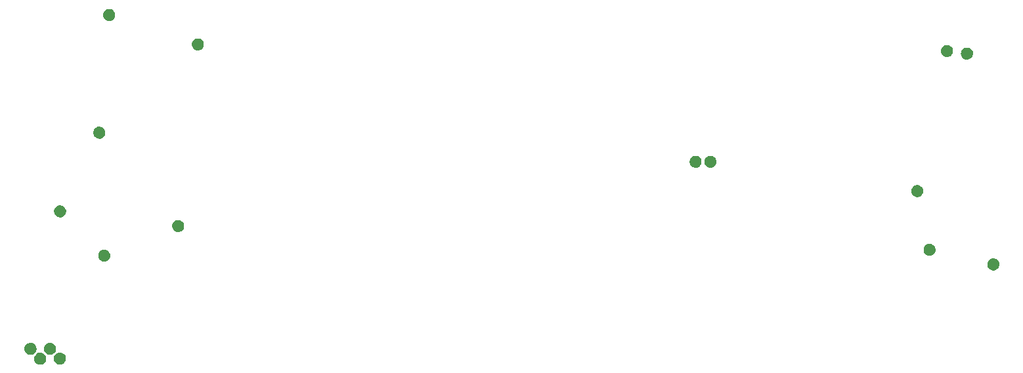
<source format=gbr>
%TF.GenerationSoftware,KiCad,Pcbnew,(5.1.6)-1*%
%TF.CreationDate,2020-06-07T23:27:20-04:00*%
%TF.ProjectId,kiCAD1,6b694341-4431-42e6-9b69-6361645f7063,rev?*%
%TF.SameCoordinates,Original*%
%TF.FileFunction,Soldermask,Bot*%
%TF.FilePolarity,Negative*%
%FSLAX46Y46*%
G04 Gerber Fmt 4.6, Leading zero omitted, Abs format (unit mm)*
G04 Created by KiCad (PCBNEW (5.1.6)-1) date 2020-06-07 23:27:20*
%MOMM*%
%LPD*%
G01*
G04 APERTURE LIST*
%ADD10C,0.010000*%
%ADD11C,1.078570*%
%ADD12C,1.304760*%
G04 APERTURE END LIST*
D10*
%TO.C,G\u002A\u002A\u002A*%
G36*
X-1877775Y32224256D02*
G01*
X-1803229Y32216400D01*
X-1739986Y32199874D01*
X-1672586Y32171868D01*
X-1668008Y32169732D01*
X-1532715Y32086302D01*
X-1414174Y31974649D01*
X-1324131Y31846202D01*
X-1312777Y31824084D01*
X-1271159Y31700894D01*
X-1251281Y31557094D01*
X-1253743Y31408751D01*
X-1279143Y31271934D01*
X-1290859Y31236780D01*
X-1367059Y31090857D01*
X-1474131Y30967421D01*
X-1605322Y30870025D01*
X-1753880Y30802225D01*
X-1913053Y30767576D01*
X-2076089Y30769633D01*
X-2150883Y30783974D01*
X-2310378Y30844844D01*
X-2453090Y30939704D01*
X-2571311Y31062217D01*
X-2653288Y31197076D01*
X-2686458Y31305483D01*
X-2701625Y31436963D01*
X-2699020Y31576383D01*
X-2678875Y31708612D01*
X-2643837Y31813500D01*
X-2558045Y31950293D01*
X-2441862Y32069990D01*
X-2306869Y32161009D01*
X-2286000Y32171337D01*
X-2219437Y32199407D01*
X-2156582Y32216100D01*
X-2082212Y32224140D01*
X-1981106Y32226250D01*
X-1979084Y32226250D01*
X-1877775Y32224256D01*
G37*
X-1877775Y32224256D02*
X-1803229Y32216400D01*
X-1739986Y32199874D01*
X-1672586Y32171868D01*
X-1668008Y32169732D01*
X-1532715Y32086302D01*
X-1414174Y31974649D01*
X-1324131Y31846202D01*
X-1312777Y31824084D01*
X-1271159Y31700894D01*
X-1251281Y31557094D01*
X-1253743Y31408751D01*
X-1279143Y31271934D01*
X-1290859Y31236780D01*
X-1367059Y31090857D01*
X-1474131Y30967421D01*
X-1605322Y30870025D01*
X-1753880Y30802225D01*
X-1913053Y30767576D01*
X-2076089Y30769633D01*
X-2150883Y30783974D01*
X-2310378Y30844844D01*
X-2453090Y30939704D01*
X-2571311Y31062217D01*
X-2653288Y31197076D01*
X-2686458Y31305483D01*
X-2701625Y31436963D01*
X-2699020Y31576383D01*
X-2678875Y31708612D01*
X-2643837Y31813500D01*
X-2558045Y31950293D01*
X-2441862Y32069990D01*
X-2306869Y32161009D01*
X-2286000Y32171337D01*
X-2219437Y32199407D01*
X-2156582Y32216100D01*
X-2082212Y32224140D01*
X-1981106Y32226250D01*
X-1979084Y32226250D01*
X-1877775Y32224256D01*
G36*
X9611078Y28427320D02*
G01*
X9751454Y28385223D01*
X9760373Y28381181D01*
X9911917Y28290483D01*
X10032136Y28172549D01*
X10122753Y28028126D01*
X10157847Y27952059D01*
X10178533Y27889266D01*
X10188459Y27822684D01*
X10191273Y27735251D01*
X10191291Y27707612D01*
X10188525Y27606224D01*
X10178728Y27530181D01*
X10158745Y27462676D01*
X10134772Y27406675D01*
X10054232Y27275142D01*
X9945453Y27157191D01*
X9820324Y27064792D01*
X9768140Y27037568D01*
X9643433Y26996546D01*
X9502647Y26975817D01*
X9363966Y26976973D01*
X9269504Y26993932D01*
X9103827Y27061599D01*
X8963461Y27163039D01*
X8849537Y27297282D01*
X8786306Y27409868D01*
X8757082Y27480224D01*
X8740214Y27546996D01*
X8732650Y27626677D01*
X8731250Y27707612D01*
X8733117Y27803364D01*
X8741178Y27873991D01*
X8759123Y27936630D01*
X8790639Y28008415D01*
X8800246Y28028126D01*
X8893837Y28176254D01*
X9014878Y28293373D01*
X9162626Y28381181D01*
X9301391Y28425299D01*
X9455966Y28440678D01*
X9611078Y28427320D01*
G37*
X9611078Y28427320D02*
X9751454Y28385223D01*
X9760373Y28381181D01*
X9911917Y28290483D01*
X10032136Y28172549D01*
X10122753Y28028126D01*
X10157847Y27952059D01*
X10178533Y27889266D01*
X10188459Y27822684D01*
X10191273Y27735251D01*
X10191291Y27707612D01*
X10188525Y27606224D01*
X10178728Y27530181D01*
X10158745Y27462676D01*
X10134772Y27406675D01*
X10054232Y27275142D01*
X9945453Y27157191D01*
X9820324Y27064792D01*
X9768140Y27037568D01*
X9643433Y26996546D01*
X9502647Y26975817D01*
X9363966Y26976973D01*
X9269504Y26993932D01*
X9103827Y27061599D01*
X8963461Y27163039D01*
X8849537Y27297282D01*
X8786306Y27409868D01*
X8757082Y27480224D01*
X8740214Y27546996D01*
X8732650Y27626677D01*
X8731250Y27707612D01*
X8733117Y27803364D01*
X8741178Y27873991D01*
X8759123Y27936630D01*
X8790639Y28008415D01*
X8800246Y28028126D01*
X8893837Y28176254D01*
X9014878Y28293373D01*
X9162626Y28381181D01*
X9301391Y28425299D01*
X9455966Y28440678D01*
X9611078Y28427320D01*
G36*
X106217426Y27555415D02*
G01*
X106318758Y27527226D01*
X106430870Y27469466D01*
X106543336Y27383091D01*
X106643227Y27279680D01*
X106717613Y27170811D01*
X106718382Y27169360D01*
X106744497Y27115755D01*
X106761170Y27066426D01*
X106770471Y27009359D01*
X106774471Y26932542D01*
X106775250Y26839334D01*
X106774240Y26735667D01*
X106769785Y26662183D01*
X106759745Y26606750D01*
X106741981Y26557236D01*
X106716318Y26505236D01*
X106615706Y26355770D01*
X106490091Y26239283D01*
X106342533Y26157753D01*
X106176089Y26113159D01*
X106099074Y26105814D01*
X106006310Y26106235D01*
X105914729Y26114318D01*
X105853453Y26126074D01*
X105708195Y26187790D01*
X105575258Y26283536D01*
X105463435Y26405154D01*
X105381516Y26544490D01*
X105368714Y26575821D01*
X105332605Y26724597D01*
X105327481Y26885783D01*
X105352632Y27044080D01*
X105395897Y27162120D01*
X105481701Y27293292D01*
X105599683Y27408903D01*
X105740179Y27499809D01*
X105766126Y27512387D01*
X105905471Y27556172D01*
X106060864Y27570648D01*
X106217426Y27555415D01*
G37*
X106217426Y27555415D02*
X106318758Y27527226D01*
X106430870Y27469466D01*
X106543336Y27383091D01*
X106643227Y27279680D01*
X106717613Y27170811D01*
X106718382Y27169360D01*
X106744497Y27115755D01*
X106761170Y27066426D01*
X106770471Y27009359D01*
X106774471Y26932542D01*
X106775250Y26839334D01*
X106774240Y26735667D01*
X106769785Y26662183D01*
X106759745Y26606750D01*
X106741981Y26557236D01*
X106716318Y26505236D01*
X106615706Y26355770D01*
X106490091Y26239283D01*
X106342533Y26157753D01*
X106176089Y26113159D01*
X106099074Y26105814D01*
X106006310Y26106235D01*
X105914729Y26114318D01*
X105853453Y26126074D01*
X105708195Y26187790D01*
X105575258Y26283536D01*
X105463435Y26405154D01*
X105381516Y26544490D01*
X105368714Y26575821D01*
X105332605Y26724597D01*
X105327481Y26885783D01*
X105352632Y27044080D01*
X105395897Y27162120D01*
X105481701Y27293292D01*
X105599683Y27408903D01*
X105740179Y27499809D01*
X105766126Y27512387D01*
X105905471Y27556172D01*
X106060864Y27570648D01*
X106217426Y27555415D01*
G36*
X108727999Y27249636D02*
G01*
X108803152Y27240223D01*
X108869435Y27220739D01*
X108926206Y27196306D01*
X109080728Y27103436D01*
X109201453Y26985225D01*
X109289019Y26840843D01*
X109344061Y26669460D01*
X109348924Y26644811D01*
X109359419Y26477513D01*
X109331205Y26316417D01*
X109267904Y26167088D01*
X109173137Y26035089D01*
X109050522Y25925986D01*
X108903682Y25845342D01*
X108808094Y25813608D01*
X108678787Y25788126D01*
X108565308Y25785840D01*
X108448198Y25806559D01*
X108435337Y25809943D01*
X108272314Y25874845D01*
X108132708Y25974559D01*
X108018474Y26107409D01*
X107952140Y26224535D01*
X107922891Y26294949D01*
X107906039Y26361727D01*
X107898525Y26441403D01*
X107897181Y26521834D01*
X107899566Y26621401D01*
X107908875Y26696281D01*
X107928533Y26763977D01*
X107958256Y26833989D01*
X108048403Y26979796D01*
X108171967Y27101186D01*
X108325796Y27195069D01*
X108327292Y27195772D01*
X108398665Y27225597D01*
X108465338Y27242822D01*
X108544024Y27250582D01*
X108627333Y27252084D01*
X108727999Y27249636D01*
G37*
X108727999Y27249636D02*
X108803152Y27240223D01*
X108869435Y27220739D01*
X108926206Y27196306D01*
X109080728Y27103436D01*
X109201453Y26985225D01*
X109289019Y26840843D01*
X109344061Y26669460D01*
X109348924Y26644811D01*
X109359419Y26477513D01*
X109331205Y26316417D01*
X109267904Y26167088D01*
X109173137Y26035089D01*
X109050522Y25925986D01*
X108903682Y25845342D01*
X108808094Y25813608D01*
X108678787Y25788126D01*
X108565308Y25785840D01*
X108448198Y25806559D01*
X108435337Y25809943D01*
X108272314Y25874845D01*
X108132708Y25974559D01*
X108018474Y26107409D01*
X107952140Y26224535D01*
X107922891Y26294949D01*
X107906039Y26361727D01*
X107898525Y26441403D01*
X107897181Y26521834D01*
X107899566Y26621401D01*
X107908875Y26696281D01*
X107928533Y26763977D01*
X107958256Y26833989D01*
X108048403Y26979796D01*
X108171967Y27101186D01*
X108325796Y27195069D01*
X108327292Y27195772D01*
X108398665Y27225597D01*
X108465338Y27242822D01*
X108544024Y27250582D01*
X108627333Y27252084D01*
X108727999Y27249636D01*
G36*
X-3044120Y16999791D02*
G01*
X-2891896Y16935660D01*
X-2753259Y16835475D01*
X-2697807Y16779646D01*
X-2606013Y16655880D01*
X-2549078Y16523728D01*
X-2523978Y16374101D01*
X-2523637Y16256000D01*
X-2532179Y16149018D01*
X-2547970Y16067639D01*
X-2574776Y15995277D01*
X-2589890Y15964236D01*
X-2688336Y15815124D01*
X-2812553Y15699121D01*
X-2960054Y15617810D01*
X-3128352Y15572777D01*
X-3216915Y15564465D01*
X-3320060Y15565077D01*
X-3411853Y15574460D01*
X-3460750Y15585719D01*
X-3624994Y15658180D01*
X-3758267Y15758222D01*
X-3863839Y15888524D01*
X-3894978Y15942018D01*
X-3932697Y16018543D01*
X-3955655Y16085342D01*
X-3968322Y16159953D01*
X-3974986Y16256000D01*
X-3969660Y16423369D01*
X-3934633Y16566911D01*
X-3866893Y16695662D01*
X-3800361Y16779646D01*
X-3669637Y16895782D01*
X-3522689Y16975865D01*
X-3365479Y17019894D01*
X-3203968Y17027870D01*
X-3044120Y16999791D01*
G37*
X-3044120Y16999791D02*
X-2891896Y16935660D01*
X-2753259Y16835475D01*
X-2697807Y16779646D01*
X-2606013Y16655880D01*
X-2549078Y16523728D01*
X-2523978Y16374101D01*
X-2523637Y16256000D01*
X-2532179Y16149018D01*
X-2547970Y16067639D01*
X-2574776Y15995277D01*
X-2589890Y15964236D01*
X-2688336Y15815124D01*
X-2812553Y15699121D01*
X-2960054Y15617810D01*
X-3128352Y15572777D01*
X-3216915Y15564465D01*
X-3320060Y15565077D01*
X-3411853Y15574460D01*
X-3460750Y15585719D01*
X-3624994Y15658180D01*
X-3758267Y15758222D01*
X-3863839Y15888524D01*
X-3894978Y15942018D01*
X-3932697Y16018543D01*
X-3955655Y16085342D01*
X-3968322Y16159953D01*
X-3974986Y16256000D01*
X-3969660Y16423369D01*
X-3934633Y16566911D01*
X-3866893Y16695662D01*
X-3800361Y16779646D01*
X-3669637Y16895782D01*
X-3522689Y16975865D01*
X-3365479Y17019894D01*
X-3203968Y17027870D01*
X-3044120Y16999791D01*
G36*
X75685004Y13260186D02*
G01*
X75759074Y13247249D01*
X75825915Y13223871D01*
X75900149Y13187144D01*
X76041535Y13089884D01*
X76153614Y12963634D01*
X76225946Y12835898D01*
X76251270Y12771039D01*
X76266089Y12703090D01*
X76272769Y12617509D01*
X76273869Y12541250D01*
X76271397Y12435214D01*
X76262406Y12356765D01*
X76244529Y12291360D01*
X76225946Y12246603D01*
X76135487Y12093908D01*
X76018190Y11972926D01*
X75900149Y11895229D01*
X75828544Y11859360D01*
X75767580Y11837165D01*
X75701468Y11824847D01*
X75614417Y11818604D01*
X75575583Y11817135D01*
X75468782Y11816032D01*
X75388927Y11822336D01*
X75320995Y11837903D01*
X75275058Y11854286D01*
X75127049Y11933642D01*
X75006681Y12040068D01*
X74914955Y12167735D01*
X74852870Y12310816D01*
X74821429Y12463480D01*
X74821631Y12619899D01*
X74854476Y12774243D01*
X74920966Y12920685D01*
X75022100Y13053394D01*
X75062520Y13092528D01*
X75186365Y13184315D01*
X75318836Y13241333D01*
X75468971Y13266595D01*
X75586166Y13267153D01*
X75685004Y13260186D01*
G37*
X75685004Y13260186D02*
X75759074Y13247249D01*
X75825915Y13223871D01*
X75900149Y13187144D01*
X76041535Y13089884D01*
X76153614Y12963634D01*
X76225946Y12835898D01*
X76251270Y12771039D01*
X76266089Y12703090D01*
X76272769Y12617509D01*
X76273869Y12541250D01*
X76271397Y12435214D01*
X76262406Y12356765D01*
X76244529Y12291360D01*
X76225946Y12246603D01*
X76135487Y12093908D01*
X76018190Y11972926D01*
X75900149Y11895229D01*
X75828544Y11859360D01*
X75767580Y11837165D01*
X75701468Y11824847D01*
X75614417Y11818604D01*
X75575583Y11817135D01*
X75468782Y11816032D01*
X75388927Y11822336D01*
X75320995Y11837903D01*
X75275058Y11854286D01*
X75127049Y11933642D01*
X75006681Y12040068D01*
X74914955Y12167735D01*
X74852870Y12310816D01*
X74821429Y12463480D01*
X74821631Y12619899D01*
X74854476Y12774243D01*
X74920966Y12920685D01*
X75022100Y13053394D01*
X75062520Y13092528D01*
X75186365Y13184315D01*
X75318836Y13241333D01*
X75468971Y13266595D01*
X75586166Y13267153D01*
X75685004Y13260186D01*
G36*
X73781201Y13273523D02*
G01*
X73941996Y13222979D01*
X73949268Y13219696D01*
X74086308Y13136782D01*
X74206479Y13025138D01*
X74298184Y12895919D01*
X74310441Y12872329D01*
X74338994Y12809012D01*
X74356522Y12751890D01*
X74365608Y12686833D01*
X74368836Y12599715D01*
X74369067Y12551834D01*
X74366882Y12443970D01*
X74358988Y12364958D01*
X74343341Y12301478D01*
X74322939Y12250903D01*
X74252391Y12135048D01*
X74154670Y12024040D01*
X74042988Y11931298D01*
X73960885Y11883148D01*
X73825265Y11837173D01*
X73675431Y11816468D01*
X73527359Y11822025D01*
X73412346Y11849017D01*
X73247642Y11928296D01*
X73113781Y12035792D01*
X73012552Y12168930D01*
X72945746Y12325137D01*
X72915153Y12501837D01*
X72913321Y12566645D01*
X72933778Y12733196D01*
X72989531Y12883802D01*
X73075507Y13015265D01*
X73186634Y13124388D01*
X73317839Y13207973D01*
X73464051Y13262822D01*
X73620195Y13285738D01*
X73781201Y13273523D01*
G37*
X73781201Y13273523D02*
X73941996Y13222979D01*
X73949268Y13219696D01*
X74086308Y13136782D01*
X74206479Y13025138D01*
X74298184Y12895919D01*
X74310441Y12872329D01*
X74338994Y12809012D01*
X74356522Y12751890D01*
X74365608Y12686833D01*
X74368836Y12599715D01*
X74369067Y12551834D01*
X74366882Y12443970D01*
X74358988Y12364958D01*
X74343341Y12301478D01*
X74322939Y12250903D01*
X74252391Y12135048D01*
X74154670Y12024040D01*
X74042988Y11931298D01*
X73960885Y11883148D01*
X73825265Y11837173D01*
X73675431Y11816468D01*
X73527359Y11822025D01*
X73412346Y11849017D01*
X73247642Y11928296D01*
X73113781Y12035792D01*
X73012552Y12168930D01*
X72945746Y12325137D01*
X72915153Y12501837D01*
X72913321Y12566645D01*
X72933778Y12733196D01*
X72989531Y12883802D01*
X73075507Y13015265D01*
X73186634Y13124388D01*
X73317839Y13207973D01*
X73464051Y13262822D01*
X73620195Y13285738D01*
X73781201Y13273523D01*
G36*
X102443557Y9456157D02*
G01*
X102597434Y9387864D01*
X102731745Y9284380D01*
X102842170Y9147822D01*
X102871485Y9097984D01*
X102905833Y9031693D01*
X102927217Y8977805D01*
X102938686Y8922249D01*
X102943289Y8850953D01*
X102944083Y8763000D01*
X102942372Y8660028D01*
X102935602Y8585098D01*
X102921313Y8524000D01*
X102897049Y8462524D01*
X102889170Y8445500D01*
X102803699Y8309098D01*
X102688119Y8189849D01*
X102553944Y8099256D01*
X102531333Y8088101D01*
X102413234Y8048807D01*
X102276399Y8028123D01*
X102137499Y8027008D01*
X102013205Y8046422D01*
X101981114Y8056445D01*
X101827869Y8131467D01*
X101696719Y8235460D01*
X101594859Y8361988D01*
X101554103Y8438457D01*
X101501192Y8604090D01*
X101486347Y8769665D01*
X101506854Y8929955D01*
X101559996Y9079731D01*
X101643057Y9213765D01*
X101753322Y9326828D01*
X101888076Y9413693D01*
X102044603Y9469131D01*
X102094401Y9478696D01*
X102274439Y9487140D01*
X102443557Y9456157D01*
G37*
X102443557Y9456157D02*
X102597434Y9387864D01*
X102731745Y9284380D01*
X102842170Y9147822D01*
X102871485Y9097984D01*
X102905833Y9031693D01*
X102927217Y8977805D01*
X102938686Y8922249D01*
X102943289Y8850953D01*
X102944083Y8763000D01*
X102942372Y8660028D01*
X102935602Y8585098D01*
X102921313Y8524000D01*
X102897049Y8462524D01*
X102889170Y8445500D01*
X102803699Y8309098D01*
X102688119Y8189849D01*
X102553944Y8099256D01*
X102531333Y8088101D01*
X102413234Y8048807D01*
X102276399Y8028123D01*
X102137499Y8027008D01*
X102013205Y8046422D01*
X101981114Y8056445D01*
X101827869Y8131467D01*
X101696719Y8235460D01*
X101594859Y8361988D01*
X101554103Y8438457D01*
X101501192Y8604090D01*
X101486347Y8769665D01*
X101506854Y8929955D01*
X101559996Y9079731D01*
X101643057Y9213765D01*
X101753322Y9326828D01*
X101888076Y9413693D01*
X102044603Y9469131D01*
X102094401Y9478696D01*
X102274439Y9487140D01*
X102443557Y9456157D01*
G36*
X-8134768Y6850192D02*
G01*
X-7983149Y6798248D01*
X-7847950Y6708957D01*
X-7768783Y6632395D01*
X-7673544Y6509380D01*
X-7613423Y6382735D01*
X-7584691Y6241723D01*
X-7582470Y6096000D01*
X-7602203Y5938117D01*
X-7647509Y5805682D01*
X-7723335Y5687174D01*
X-7789326Y5614155D01*
X-7918605Y5513535D01*
X-8069972Y5443317D01*
X-8233633Y5406050D01*
X-8399797Y5404283D01*
X-8513166Y5425760D01*
X-8665892Y5490365D01*
X-8802258Y5590800D01*
X-8915995Y5721783D01*
X-8969427Y5810250D01*
X-9013745Y5932172D01*
X-9035528Y6074891D01*
X-9034066Y6222931D01*
X-9008647Y6360817D01*
X-8996370Y6397555D01*
X-8923128Y6536770D01*
X-8817471Y6662244D01*
X-8689181Y6763616D01*
X-8610420Y6806305D01*
X-8528866Y6839717D01*
X-8456023Y6858316D01*
X-8372424Y6866007D01*
X-8307917Y6867012D01*
X-8134768Y6850192D01*
G37*
X-8134768Y6850192D02*
X-7983149Y6798248D01*
X-7847950Y6708957D01*
X-7768783Y6632395D01*
X-7673544Y6509380D01*
X-7613423Y6382735D01*
X-7584691Y6241723D01*
X-7582470Y6096000D01*
X-7602203Y5938117D01*
X-7647509Y5805682D01*
X-7723335Y5687174D01*
X-7789326Y5614155D01*
X-7918605Y5513535D01*
X-8069972Y5443317D01*
X-8233633Y5406050D01*
X-8399797Y5404283D01*
X-8513166Y5425760D01*
X-8665892Y5490365D01*
X-8802258Y5590800D01*
X-8915995Y5721783D01*
X-8969427Y5810250D01*
X-9013745Y5932172D01*
X-9035528Y6074891D01*
X-9034066Y6222931D01*
X-9008647Y6360817D01*
X-8996370Y6397555D01*
X-8923128Y6536770D01*
X-8817471Y6662244D01*
X-8689181Y6763616D01*
X-8610420Y6806305D01*
X-8528866Y6839717D01*
X-8456023Y6858316D01*
X-8372424Y6866007D01*
X-8307917Y6867012D01*
X-8134768Y6850192D01*
G36*
X7068322Y4953995D02*
G01*
X7209135Y4912241D01*
X7220373Y4907194D01*
X7371853Y4816678D01*
X7492091Y4698775D01*
X7582753Y4554293D01*
X7617847Y4478225D01*
X7638533Y4415432D01*
X7648459Y4348850D01*
X7651273Y4261418D01*
X7651291Y4233779D01*
X7648525Y4132390D01*
X7638728Y4056348D01*
X7618745Y3988843D01*
X7594772Y3932841D01*
X7514232Y3801309D01*
X7405453Y3683357D01*
X7280324Y3590958D01*
X7228140Y3563735D01*
X7103433Y3522713D01*
X6962647Y3501984D01*
X6823966Y3503140D01*
X6729504Y3520099D01*
X6563827Y3587765D01*
X6423461Y3689206D01*
X6309537Y3823449D01*
X6246306Y3936035D01*
X6217082Y4006390D01*
X6200214Y4073163D01*
X6192650Y4152844D01*
X6191250Y4233779D01*
X6193117Y4329530D01*
X6201178Y4400158D01*
X6219123Y4462796D01*
X6250639Y4534582D01*
X6260246Y4554293D01*
X6353679Y4702218D01*
X6474650Y4819434D01*
X6622626Y4907806D01*
X6760034Y4951792D01*
X6913611Y4967184D01*
X7068322Y4953995D01*
G37*
X7068322Y4953995D02*
X7209135Y4912241D01*
X7220373Y4907194D01*
X7371853Y4816678D01*
X7492091Y4698775D01*
X7582753Y4554293D01*
X7617847Y4478225D01*
X7638533Y4415432D01*
X7648459Y4348850D01*
X7651273Y4261418D01*
X7651291Y4233779D01*
X7648525Y4132390D01*
X7638728Y4056348D01*
X7618745Y3988843D01*
X7594772Y3932841D01*
X7514232Y3801309D01*
X7405453Y3683357D01*
X7280324Y3590958D01*
X7228140Y3563735D01*
X7103433Y3522713D01*
X6962647Y3501984D01*
X6823966Y3503140D01*
X6729504Y3520099D01*
X6563827Y3587765D01*
X6423461Y3689206D01*
X6309537Y3823449D01*
X6246306Y3936035D01*
X6217082Y4006390D01*
X6200214Y4073163D01*
X6192650Y4152844D01*
X6191250Y4233779D01*
X6193117Y4329530D01*
X6201178Y4400158D01*
X6219123Y4462796D01*
X6250639Y4534582D01*
X6260246Y4554293D01*
X6353679Y4702218D01*
X6474650Y4819434D01*
X6622626Y4907806D01*
X6760034Y4951792D01*
X6913611Y4967184D01*
X7068322Y4953995D01*
G36*
X103811916Y1893546D02*
G01*
X103912622Y1891147D01*
X103986370Y1883111D01*
X104048448Y1866552D01*
X104114143Y1838579D01*
X104121508Y1835039D01*
X104237336Y1761541D01*
X104347939Y1660459D01*
X104439892Y1545439D01*
X104485439Y1465098D01*
X104509094Y1404388D01*
X104523298Y1339232D01*
X104530092Y1256310D01*
X104531567Y1164167D01*
X104530066Y1063184D01*
X104523822Y990352D01*
X104510250Y931542D01*
X104486765Y872627D01*
X104472941Y843672D01*
X104381496Y703187D01*
X104261409Y588525D01*
X104119592Y502791D01*
X103962953Y449093D01*
X103798402Y430540D01*
X103632850Y450237D01*
X103610833Y455987D01*
X103451628Y521099D01*
X103316219Y618145D01*
X103207861Y742045D01*
X103129808Y887717D01*
X103085315Y1050079D01*
X103077638Y1224051D01*
X103083251Y1279606D01*
X103126046Y1442629D01*
X103205706Y1590313D01*
X103317830Y1716777D01*
X103458019Y1816138D01*
X103500840Y1837898D01*
X103568361Y1866523D01*
X103630302Y1883514D01*
X103702028Y1891619D01*
X103798900Y1893587D01*
X103811916Y1893546D01*
G37*
X103811916Y1893546D02*
X103912622Y1891147D01*
X103986370Y1883111D01*
X104048448Y1866552D01*
X104114143Y1838579D01*
X104121508Y1835039D01*
X104237336Y1761541D01*
X104347939Y1660459D01*
X104439892Y1545439D01*
X104485439Y1465098D01*
X104509094Y1404388D01*
X104523298Y1339232D01*
X104530092Y1256310D01*
X104531567Y1164167D01*
X104530066Y1063184D01*
X104523822Y990352D01*
X104510250Y931542D01*
X104486765Y872627D01*
X104472941Y843672D01*
X104381496Y703187D01*
X104261409Y588525D01*
X104119592Y502791D01*
X103962953Y449093D01*
X103798402Y430540D01*
X103632850Y450237D01*
X103610833Y455987D01*
X103451628Y521099D01*
X103316219Y618145D01*
X103207861Y742045D01*
X103129808Y887717D01*
X103085315Y1050079D01*
X103077638Y1224051D01*
X103083251Y1279606D01*
X103126046Y1442629D01*
X103205706Y1590313D01*
X103317830Y1716777D01*
X103458019Y1816138D01*
X103500840Y1837898D01*
X103568361Y1866523D01*
X103630302Y1883514D01*
X103702028Y1891619D01*
X103798900Y1893587D01*
X103811916Y1893546D01*
G36*
X-2506397Y1131355D02*
G01*
X-2437544Y1126138D01*
X-2382872Y1113718D01*
X-2328311Y1091048D01*
X-2268624Y1059876D01*
X-2118899Y957463D01*
X-2004749Y832165D01*
X-1926562Y684635D01*
X-1884727Y515525D01*
X-1877225Y402167D01*
X-1880484Y301475D01*
X-1894421Y221168D01*
X-1923309Y139785D01*
X-1934569Y114081D01*
X-2020412Y-29191D01*
X-2134827Y-148819D01*
X-2270973Y-241166D01*
X-2422010Y-302596D01*
X-2581097Y-329472D01*
X-2741393Y-318160D01*
X-2745959Y-317232D01*
X-2917264Y-261632D01*
X-3064655Y-171210D01*
X-3186878Y-46902D01*
X-3260833Y67183D01*
X-3295081Y133651D01*
X-3316407Y187859D01*
X-3327870Y243923D01*
X-3332531Y315961D01*
X-3333431Y402167D01*
X-3331464Y509650D01*
X-3323809Y588277D01*
X-3308440Y651366D01*
X-3287623Y703098D01*
X-3216831Y819045D01*
X-3118129Y931007D01*
X-3004838Y1025411D01*
X-2923637Y1073951D01*
X-2860435Y1102431D01*
X-2803303Y1119912D01*
X-2738123Y1128972D01*
X-2650779Y1132188D01*
X-2603500Y1132417D01*
X-2506397Y1131355D01*
G37*
X-2506397Y1131355D02*
X-2437544Y1126138D01*
X-2382872Y1113718D01*
X-2328311Y1091048D01*
X-2268624Y1059876D01*
X-2118899Y957463D01*
X-2004749Y832165D01*
X-1926562Y684635D01*
X-1884727Y515525D01*
X-1877225Y402167D01*
X-1880484Y301475D01*
X-1894421Y221168D01*
X-1923309Y139785D01*
X-1934569Y114081D01*
X-2020412Y-29191D01*
X-2134827Y-148819D01*
X-2270973Y-241166D01*
X-2422010Y-302596D01*
X-2581097Y-329472D01*
X-2741393Y-318160D01*
X-2745959Y-317232D01*
X-2917264Y-261632D01*
X-3064655Y-171210D01*
X-3186878Y-46902D01*
X-3260833Y67183D01*
X-3295081Y133651D01*
X-3316407Y187859D01*
X-3327870Y243923D01*
X-3332531Y315961D01*
X-3333431Y402167D01*
X-3331464Y509650D01*
X-3323809Y588277D01*
X-3308440Y651366D01*
X-3287623Y703098D01*
X-3216831Y819045D01*
X-3118129Y931007D01*
X-3004838Y1025411D01*
X-2923637Y1073951D01*
X-2860435Y1102431D01*
X-2803303Y1119912D01*
X-2738123Y1128972D01*
X-2650779Y1132188D01*
X-2603500Y1132417D01*
X-2506397Y1131355D01*
G36*
X112254497Y-19375D02*
G01*
X112403429Y-84015D01*
X112537309Y-181201D01*
X112650522Y-309387D01*
X112715466Y-418753D01*
X112748477Y-518462D01*
X112765957Y-642476D01*
X112767809Y-775683D01*
X112753938Y-902970D01*
X112724250Y-1009224D01*
X112719272Y-1020597D01*
X112648724Y-1136452D01*
X112551003Y-1247460D01*
X112439321Y-1340202D01*
X112357218Y-1388352D01*
X112221598Y-1434327D01*
X112071764Y-1455032D01*
X111923692Y-1449475D01*
X111808679Y-1422483D01*
X111653218Y-1346980D01*
X111525332Y-1245186D01*
X111425807Y-1122562D01*
X111355430Y-984569D01*
X111314989Y-836669D01*
X111305271Y-684323D01*
X111327062Y-532993D01*
X111381151Y-388139D01*
X111468323Y-255224D01*
X111589367Y-139708D01*
X111620562Y-117212D01*
X111773545Y-36200D01*
X111933939Y6079D01*
X112096128Y11171D01*
X112254497Y-19375D01*
G37*
X112254497Y-19375D02*
X112403429Y-84015D01*
X112537309Y-181201D01*
X112650522Y-309387D01*
X112715466Y-418753D01*
X112748477Y-518462D01*
X112765957Y-642476D01*
X112767809Y-775683D01*
X112753938Y-902970D01*
X112724250Y-1009224D01*
X112719272Y-1020597D01*
X112648724Y-1136452D01*
X112551003Y-1247460D01*
X112439321Y-1340202D01*
X112357218Y-1388352D01*
X112221598Y-1434327D01*
X112071764Y-1455032D01*
X111923692Y-1449475D01*
X111808679Y-1422483D01*
X111653218Y-1346980D01*
X111525332Y-1245186D01*
X111425807Y-1122562D01*
X111355430Y-984569D01*
X111314989Y-836669D01*
X111305271Y-684323D01*
X111327062Y-532993D01*
X111381151Y-388139D01*
X111468323Y-255224D01*
X111589367Y-139708D01*
X111620562Y-117212D01*
X111773545Y-36200D01*
X111933939Y6079D01*
X112096128Y11171D01*
X112254497Y-19375D01*
G36*
X-9509043Y-10892106D02*
G01*
X-9436639Y-10897948D01*
X-9378402Y-10911089D01*
X-9320279Y-10934061D01*
X-9289531Y-10948715D01*
X-9174636Y-11022096D01*
X-9065087Y-11122138D01*
X-8973975Y-11235476D01*
X-8926335Y-11319568D01*
X-8901652Y-11385920D01*
X-8887287Y-11459639D01*
X-8881002Y-11554817D01*
X-8880207Y-11609916D01*
X-8881630Y-11709805D01*
X-8888809Y-11783115D01*
X-8904636Y-11845504D01*
X-8932001Y-11912629D01*
X-8938840Y-11927416D01*
X-9018452Y-12057087D01*
X-9124706Y-12171177D01*
X-9246904Y-12259475D01*
X-9325661Y-12296667D01*
X-9433656Y-12328163D01*
X-9550204Y-12347875D01*
X-9657712Y-12353475D01*
X-9715500Y-12348250D01*
X-9888147Y-12296901D01*
X-10038955Y-12211225D01*
X-10164039Y-12094843D01*
X-10259512Y-11951378D01*
X-10321490Y-11784451D01*
X-10321821Y-11783109D01*
X-10343521Y-11611695D01*
X-10325109Y-11446242D01*
X-10268785Y-11291344D01*
X-10176750Y-11151590D01*
X-10051203Y-11031572D01*
X-9922635Y-10949981D01*
X-9863277Y-10921735D01*
X-9808823Y-10904284D01*
X-9745623Y-10895057D01*
X-9660027Y-10891483D01*
X-9609667Y-10891031D01*
X-9509043Y-10892106D01*
G37*
X-9509043Y-10892106D02*
X-9436639Y-10897948D01*
X-9378402Y-10911089D01*
X-9320279Y-10934061D01*
X-9289531Y-10948715D01*
X-9174636Y-11022096D01*
X-9065087Y-11122138D01*
X-8973975Y-11235476D01*
X-8926335Y-11319568D01*
X-8901652Y-11385920D01*
X-8887287Y-11459639D01*
X-8881002Y-11554817D01*
X-8880207Y-11609916D01*
X-8881630Y-11709805D01*
X-8888809Y-11783115D01*
X-8904636Y-11845504D01*
X-8932001Y-11912629D01*
X-8938840Y-11927416D01*
X-9018452Y-12057087D01*
X-9124706Y-12171177D01*
X-9246904Y-12259475D01*
X-9325661Y-12296667D01*
X-9433656Y-12328163D01*
X-9550204Y-12347875D01*
X-9657712Y-12353475D01*
X-9715500Y-12348250D01*
X-9888147Y-12296901D01*
X-10038955Y-12211225D01*
X-10164039Y-12094843D01*
X-10259512Y-11951378D01*
X-10321490Y-11784451D01*
X-10321821Y-11783109D01*
X-10343521Y-11611695D01*
X-10325109Y-11446242D01*
X-10268785Y-11291344D01*
X-10176750Y-11151590D01*
X-10051203Y-11031572D01*
X-9922635Y-10949981D01*
X-9863277Y-10921735D01*
X-9808823Y-10904284D01*
X-9745623Y-10895057D01*
X-9660027Y-10891483D01*
X-9609667Y-10891031D01*
X-9509043Y-10892106D01*
G36*
X-11911735Y-10923410D02*
G01*
X-11769732Y-10985014D01*
X-11642598Y-11075866D01*
X-11535797Y-11194449D01*
X-11454795Y-11339246D01*
X-11417620Y-11450398D01*
X-11395359Y-11619891D01*
X-11412528Y-11786086D01*
X-11466315Y-11942867D01*
X-11553911Y-12084122D01*
X-11672506Y-12203735D01*
X-11802293Y-12287261D01*
X-11879565Y-12321625D01*
X-11954190Y-12341815D01*
X-12044511Y-12352055D01*
X-12094261Y-12354509D01*
X-12211447Y-12353664D01*
X-12310241Y-12342822D01*
X-12354472Y-12332098D01*
X-12508287Y-12261597D01*
X-12636420Y-12162509D01*
X-12737463Y-12040608D01*
X-12810006Y-11901665D01*
X-12852639Y-11751453D01*
X-12863955Y-11595745D01*
X-12842542Y-11440313D01*
X-12786993Y-11290929D01*
X-12695897Y-11153365D01*
X-12653513Y-11107231D01*
X-12519139Y-10999830D01*
X-12372309Y-10929265D01*
X-12218489Y-10894019D01*
X-12063143Y-10892573D01*
X-11911735Y-10923410D01*
G37*
X-11911735Y-10923410D02*
X-11769732Y-10985014D01*
X-11642598Y-11075866D01*
X-11535797Y-11194449D01*
X-11454795Y-11339246D01*
X-11417620Y-11450398D01*
X-11395359Y-11619891D01*
X-11412528Y-11786086D01*
X-11466315Y-11942867D01*
X-11553911Y-12084122D01*
X-11672506Y-12203735D01*
X-11802293Y-12287261D01*
X-11879565Y-12321625D01*
X-11954190Y-12341815D01*
X-12044511Y-12352055D01*
X-12094261Y-12354509D01*
X-12211447Y-12353664D01*
X-12310241Y-12342822D01*
X-12354472Y-12332098D01*
X-12508287Y-12261597D01*
X-12636420Y-12162509D01*
X-12737463Y-12040608D01*
X-12810006Y-11901665D01*
X-12852639Y-11751453D01*
X-12863955Y-11595745D01*
X-12842542Y-11440313D01*
X-12786993Y-11290929D01*
X-12695897Y-11153365D01*
X-12653513Y-11107231D01*
X-12519139Y-10999830D01*
X-12372309Y-10929265D01*
X-12218489Y-10894019D01*
X-12063143Y-10892573D01*
X-11911735Y-10923410D01*
G36*
X-8229239Y-12163510D02*
G01*
X-8156424Y-12170931D01*
X-8095427Y-12186786D01*
X-8031031Y-12213924D01*
X-8018684Y-12219850D01*
X-7875448Y-12310986D01*
X-7753007Y-12431868D01*
X-7667332Y-12561450D01*
X-7622481Y-12686561D01*
X-7601115Y-12832199D01*
X-7603886Y-12983241D01*
X-7631446Y-13124565D01*
X-7641720Y-13155083D01*
X-7698208Y-13265138D01*
X-7781441Y-13373841D01*
X-7880909Y-13470482D01*
X-7986101Y-13544348D01*
X-8054438Y-13575725D01*
X-8207495Y-13612442D01*
X-8365222Y-13622009D01*
X-8510924Y-13603606D01*
X-8528445Y-13599022D01*
X-8645883Y-13557473D01*
X-8743617Y-13500532D01*
X-8836801Y-13418477D01*
X-8877358Y-13375152D01*
X-8972852Y-13245567D01*
X-9031266Y-13107044D01*
X-9055481Y-12951228D01*
X-9055433Y-12858750D01*
X-9028285Y-12679237D01*
X-8964575Y-12520470D01*
X-8865567Y-12384381D01*
X-8732526Y-12272902D01*
X-8636266Y-12218327D01*
X-8570880Y-12189658D01*
X-8510315Y-12172516D01*
X-8439500Y-12164120D01*
X-8343368Y-12161692D01*
X-8329084Y-12161670D01*
X-8229239Y-12163510D01*
G37*
X-8229239Y-12163510D02*
X-8156424Y-12170931D01*
X-8095427Y-12186786D01*
X-8031031Y-12213924D01*
X-8018684Y-12219850D01*
X-7875448Y-12310986D01*
X-7753007Y-12431868D01*
X-7667332Y-12561450D01*
X-7622481Y-12686561D01*
X-7601115Y-12832199D01*
X-7603886Y-12983241D01*
X-7631446Y-13124565D01*
X-7641720Y-13155083D01*
X-7698208Y-13265138D01*
X-7781441Y-13373841D01*
X-7880909Y-13470482D01*
X-7986101Y-13544348D01*
X-8054438Y-13575725D01*
X-8207495Y-13612442D01*
X-8365222Y-13622009D01*
X-8510924Y-13603606D01*
X-8528445Y-13599022D01*
X-8645883Y-13557473D01*
X-8743617Y-13500532D01*
X-8836801Y-13418477D01*
X-8877358Y-13375152D01*
X-8972852Y-13245567D01*
X-9031266Y-13107044D01*
X-9055481Y-12951228D01*
X-9055433Y-12858750D01*
X-9028285Y-12679237D01*
X-8964575Y-12520470D01*
X-8865567Y-12384381D01*
X-8732526Y-12272902D01*
X-8636266Y-12218327D01*
X-8570880Y-12189658D01*
X-8510315Y-12172516D01*
X-8439500Y-12164120D01*
X-8343368Y-12161692D01*
X-8329084Y-12161670D01*
X-8229239Y-12163510D01*
G36*
X-10777920Y-12164266D02*
G01*
X-10623845Y-12201849D01*
X-10479742Y-12272877D01*
X-10351100Y-12376327D01*
X-10243409Y-12511176D01*
X-10199367Y-12589587D01*
X-10174716Y-12647033D01*
X-10159690Y-12705914D01*
X-10152103Y-12779484D01*
X-10149770Y-12880999D01*
X-10149746Y-12890500D01*
X-10151264Y-12993250D01*
X-10157842Y-13067932D01*
X-10171918Y-13128730D01*
X-10195930Y-13189830D01*
X-10204330Y-13208000D01*
X-10292191Y-13347480D01*
X-10411778Y-13467699D01*
X-10553627Y-13559172D01*
X-10555768Y-13560224D01*
X-10691036Y-13606959D01*
X-10842314Y-13627363D01*
X-10993085Y-13620441D01*
X-11105848Y-13593291D01*
X-11268841Y-13514692D01*
X-11402731Y-13407886D01*
X-11505012Y-13277047D01*
X-11573175Y-13126352D01*
X-11604710Y-12959973D01*
X-11597110Y-12782087D01*
X-11596314Y-12777006D01*
X-11549034Y-12608394D01*
X-11464769Y-12459921D01*
X-11384157Y-12368838D01*
X-11245086Y-12262414D01*
X-11094030Y-12193526D01*
X-10936478Y-12161151D01*
X-10777920Y-12164266D01*
G37*
X-10777920Y-12164266D02*
X-10623845Y-12201849D01*
X-10479742Y-12272877D01*
X-10351100Y-12376327D01*
X-10243409Y-12511176D01*
X-10199367Y-12589587D01*
X-10174716Y-12647033D01*
X-10159690Y-12705914D01*
X-10152103Y-12779484D01*
X-10149770Y-12880999D01*
X-10149746Y-12890500D01*
X-10151264Y-12993250D01*
X-10157842Y-13067932D01*
X-10171918Y-13128730D01*
X-10195930Y-13189830D01*
X-10204330Y-13208000D01*
X-10292191Y-13347480D01*
X-10411778Y-13467699D01*
X-10553627Y-13559172D01*
X-10555768Y-13560224D01*
X-10691036Y-13606959D01*
X-10842314Y-13627363D01*
X-10993085Y-13620441D01*
X-11105848Y-13593291D01*
X-11268841Y-13514692D01*
X-11402731Y-13407886D01*
X-11505012Y-13277047D01*
X-11573175Y-13126352D01*
X-11604710Y-12959973D01*
X-11597110Y-12782087D01*
X-11596314Y-12777006D01*
X-11549034Y-12608394D01*
X-11464769Y-12459921D01*
X-11384157Y-12368838D01*
X-11245086Y-12262414D01*
X-11094030Y-12193526D01*
X-10936478Y-12161151D01*
X-10777920Y-12164266D01*
%TD*%
D11*
%TO.C,*%
X-12140242Y-11615765D03*
%TD*%
%TO.C,*%
X-9616332Y-11605221D03*
%TD*%
%TO.C,*%
X-8339072Y-12878883D03*
%TD*%
%TO.C,*%
X-10882922Y-12884922D03*
%TD*%
D12*
%TO.C,*%
X-2619232Y418198D03*
%TD*%
%TO.C,*%
X-8318412Y6146900D03*
%TD*%
%TO.C,*%
X-3259932Y16303427D03*
%TD*%
%TO.C,*%
X6909288Y4244739D03*
%TD*%
%TO.C,*%
X9449438Y27718122D03*
%TD*%
%TO.C,*%
X-1987482Y31510910D03*
%TD*%
D11*
%TO.C,*%
X73633078Y12559925D03*
%TD*%
%TO.C,*%
X75537388Y12551573D03*
%TD*%
%TO.C,*%
X106044928Y26847060D03*
%TD*%
%TO.C,*%
X108611978Y26533950D03*
%TD*%
%TO.C,*%
X102207148Y8766159D03*
%TD*%
%TO.C,*%
X103795848Y1177105D03*
%TD*%
%TO.C,*%
X112027698Y-711487D03*
%TD*%
M02*

</source>
